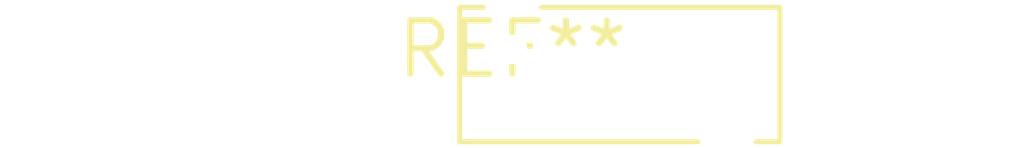
<source format=kicad_pcb>
(kicad_pcb (version 20240108) (generator pcbnew)
  (layers (0 "F.Cu" signal) (31 "B.Cu" signal) (34 "B.Paste" user) (35 "F.Paste" user) (36 "B.SilkS" user "B.Silkscreen") (37 "F.SilkS" user "F.Silkscreen") (38 "B.Mask" user) (39 "F.Mask" user) (44 "Edge.Cuts" user))
  (net 0 "")
  (footprint "Fuse_Bourns_MF-RHT050" (layer "F.Cu") (at 0 0)
    (property "Reference" "REF**")
    (property "Value" "Fuse_Bourns_MF-RHT050")
    (fp_line (start -1.251 -1) (end -1.251 2.2) (layer "F.SilkS") (stroke (width 0.12)))
    (fp_line (start -1.251 -1) (end -0.689 -1) (layer "F.SilkS") (stroke (width 0.12)))
    (fp_line (start -1.251 2.2) (end 4.412 2.2) (layer "F.SilkS") (stroke (width 0.12)))
    (fp_line (start 0.689 -1) (end 6.35 -1) (layer "F.SilkS") (stroke (width 0.12)))
    (fp_line (start 5.789 2.2) (end 6.35 2.2) (layer "F.SilkS") (stroke (width 0.12)))
    (fp_line (start 6.35 -1) (end 6.35 2.2) (layer "F.SilkS") (stroke (width 0.12)))
    (pad "1" thru_hole circle (at 0 0) (size 1.71 1.71) (drill 0.71) (layers *.Cu *.Mask) (remove_unused_layers))
    (pad "2" thru_hole circle (at 5.1 1.2) (size 1.71 1.71) (drill 0.71) (layers *.Cu *.Mask) (remove_unused_layers))
  )
)
</source>
